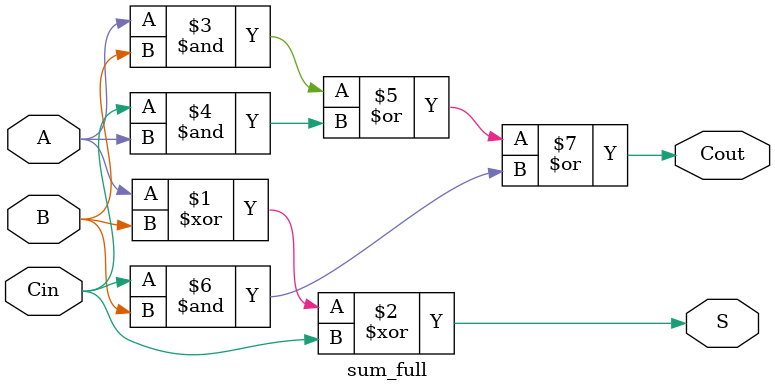
<source format=v>

module sum_full(
	input A,
	input B,
	input Cin,
	output S,
	output Cout
	);

assign S = A ^ B ^ Cin;
assign Cout = (A & B) | (Cin & A) | (Cin & B);

endmodule

</source>
